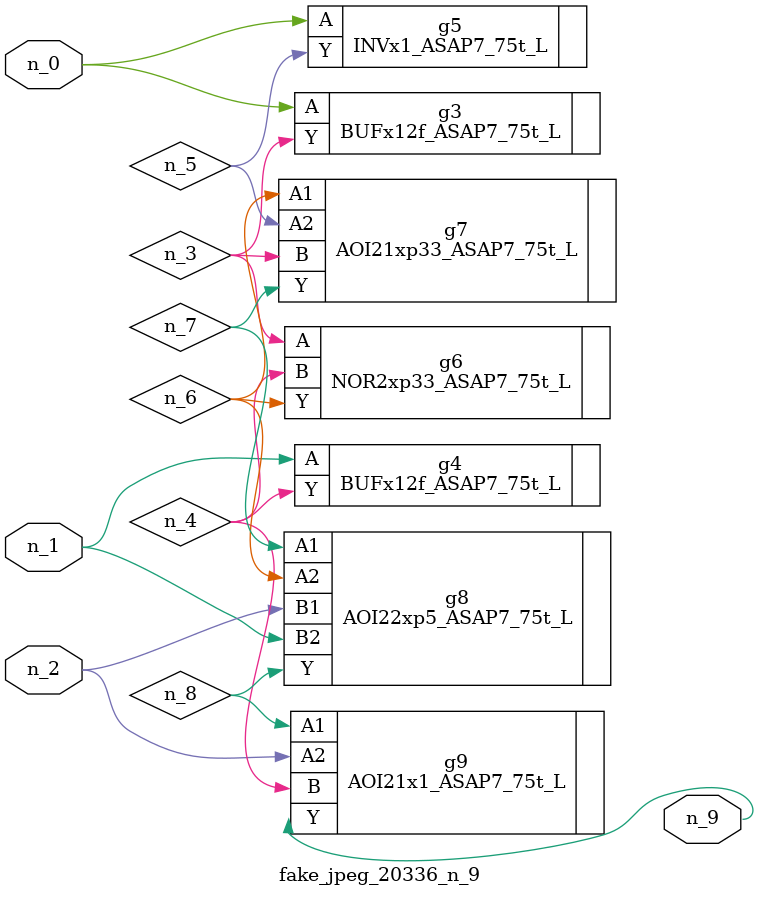
<source format=v>
module fake_jpeg_20336_n_9 (n_0, n_2, n_1, n_9);

input n_0;
input n_2;
input n_1;

output n_9;

wire n_3;
wire n_4;
wire n_8;
wire n_6;
wire n_5;
wire n_7;

BUFx12f_ASAP7_75t_L g3 ( 
.A(n_0),
.Y(n_3)
);

BUFx12f_ASAP7_75t_L g4 ( 
.A(n_1),
.Y(n_4)
);

INVx1_ASAP7_75t_L g5 ( 
.A(n_0),
.Y(n_5)
);

NOR2xp33_ASAP7_75t_L g6 ( 
.A(n_3),
.B(n_4),
.Y(n_6)
);

AOI21xp33_ASAP7_75t_L g7 ( 
.A1(n_6),
.A2(n_5),
.B(n_3),
.Y(n_7)
);

AOI22xp5_ASAP7_75t_L g8 ( 
.A1(n_7),
.A2(n_6),
.B1(n_2),
.B2(n_1),
.Y(n_8)
);

AOI21x1_ASAP7_75t_L g9 ( 
.A1(n_8),
.A2(n_2),
.B(n_4),
.Y(n_9)
);


endmodule
</source>
